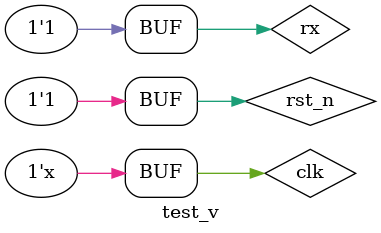
<source format=v>
`timescale 1ns / 1ps


module test_v;

	// Inputs
	reg clk;
	reg rst_n;
	reg rx;
	

	// Outputs
	wire tx;

	// Instantiate the Unit Under Test (UUT)
	uart_top uut (
		.clk(clk), 
		.rst_n(rst_n), 
		.rx(rx), 
		.tx(tx)
		);

  always #10 clk=~clk;
  
	initial begin
		// Initialize Inputs
		clk = 0;
		rst_n = 1;
		rx = 1;
		//led = 0;

		// Wait 100 ns for global reset to finish
		#100 rst_n =0;
		#80 rst_n =1;
		#120;
		
			#8681 rx=0;
		
		#8681 rx=1;
		#8681 rx=0;
		#8681 rx=1;
		#8681 rx=1;
		#8681 rx=0;
		#8681 rx=1;
		#8681 rx=0;
		#8681 rx=0;
		
		#8681 rx=1;
		/*
		#103600 rx=0;
		
		#103600 rx=1;
		#103600 rx=0;
		#103600 rx=1;
		#103600 rx=1;
		#103600 rx=0;
		#103600 rx=1;
		#103600 rx=0;
		#103600 rx=0;
		
		#103600 rx=1;
        */
		// Add stimulus here

	end
      
endmodule


</source>
